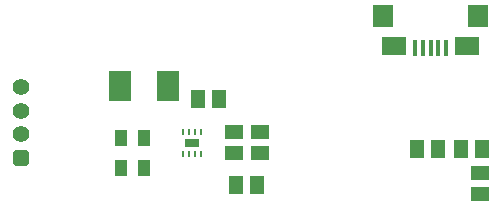
<source format=gbr>
G04*
G04 #@! TF.GenerationSoftware,Altium Limited,Altium Designer,23.0.1 (38)*
G04*
G04 Layer_Color=255*
%FSLAX25Y25*%
%MOIN*%
G70*
G04*
G04 #@! TF.SameCoordinates,7EA281D9-4360-43E8-82A8-E858FA6B50C7*
G04*
G04*
G04 #@! TF.FilePolarity,Positive*
G04*
G01*
G75*
%ADD20R,0.04134X0.05315*%
%ADD21R,0.05906X0.04724*%
G04:AMPARAMS|DCode=56|XSize=55.12mil|YSize=55.12mil|CornerRadius=13.78mil|HoleSize=0mil|Usage=FLASHONLY|Rotation=90.000|XOffset=0mil|YOffset=0mil|HoleType=Round|Shape=RoundedRectangle|*
%AMROUNDEDRECTD56*
21,1,0.05512,0.02756,0,0,90.0*
21,1,0.02756,0.05512,0,0,90.0*
1,1,0.02756,0.01378,0.01378*
1,1,0.02756,0.01378,-0.01378*
1,1,0.02756,-0.01378,-0.01378*
1,1,0.02756,-0.01378,0.01378*
%
%ADD56ROUNDEDRECTD56*%
%ADD57C,0.05512*%
%ADD61R,0.08268X0.06299*%
%ADD62R,0.01575X0.05315*%
%ADD63R,0.07087X0.07480*%
%ADD64R,0.04724X0.05906*%
%ADD65R,0.07480X0.09843*%
%ADD66R,0.01102X0.01988*%
%ADD67R,0.04724X0.03150*%
D20*
X355161Y244500D02*
D03*
X362839D02*
D03*
X355161Y234500D02*
D03*
X362839D02*
D03*
D21*
X475000Y225957D02*
D03*
X401500Y239457D02*
D03*
Y246543D02*
D03*
X393000Y239457D02*
D03*
Y246543D02*
D03*
X475000Y233043D02*
D03*
D56*
X322000Y238000D02*
D03*
D57*
Y245874D02*
D03*
Y253748D02*
D03*
Y261622D02*
D03*
D61*
X470705Y275291D02*
D03*
X446295Y275276D02*
D03*
D62*
X463618Y274685D02*
D03*
X461059D02*
D03*
X458500D02*
D03*
X455941D02*
D03*
X453382D02*
D03*
D63*
X442752Y285315D02*
D03*
X474248D02*
D03*
D64*
X461043Y241000D02*
D03*
X453957D02*
D03*
X468457D02*
D03*
X475543D02*
D03*
X400547Y229047D02*
D03*
X393461D02*
D03*
X380913Y257500D02*
D03*
X388000D02*
D03*
D65*
X371071Y262000D02*
D03*
X354929D02*
D03*
D66*
X381953Y239348D02*
D03*
X379984D02*
D03*
X378016D02*
D03*
X376047D02*
D03*
Y246652D02*
D03*
X378016D02*
D03*
X379984D02*
D03*
X381953D02*
D03*
D67*
X379000Y243000D02*
D03*
M02*

</source>
